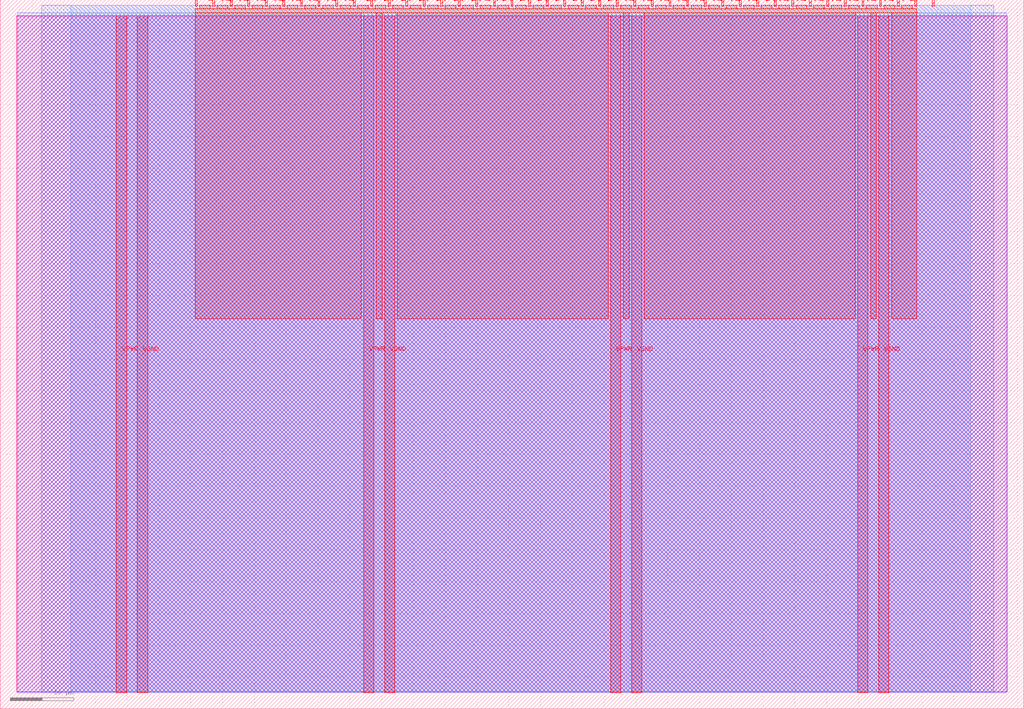
<source format=lef>
VERSION 5.7 ;
  NOWIREEXTENSIONATPIN ON ;
  DIVIDERCHAR "/" ;
  BUSBITCHARS "[]" ;
MACRO tt_um_uart_temp_sens
  CLASS BLOCK ;
  FOREIGN tt_um_uart_temp_sens ;
  ORIGIN 0.000 0.000 ;
  SIZE 161.000 BY 111.520 ;
  PIN VGND
    DIRECTION INOUT ;
    USE GROUND ;
    PORT
      LAYER met4 ;
        RECT 21.580 2.480 23.180 109.040 ;
    END
    PORT
      LAYER met4 ;
        RECT 60.450 2.480 62.050 109.040 ;
    END
    PORT
      LAYER met4 ;
        RECT 99.320 2.480 100.920 109.040 ;
    END
    PORT
      LAYER met4 ;
        RECT 138.190 2.480 139.790 109.040 ;
    END
  END VGND
  PIN VPWR
    DIRECTION INOUT ;
    USE POWER ;
    PORT
      LAYER met4 ;
        RECT 18.280 2.480 19.880 109.040 ;
    END
    PORT
      LAYER met4 ;
        RECT 57.150 2.480 58.750 109.040 ;
    END
    PORT
      LAYER met4 ;
        RECT 96.020 2.480 97.620 109.040 ;
    END
    PORT
      LAYER met4 ;
        RECT 134.890 2.480 136.490 109.040 ;
    END
  END VPWR
  PIN clk
    DIRECTION INPUT ;
    USE SIGNAL ;
    ANTENNAGATEAREA 0.852000 ;
    PORT
      LAYER met4 ;
        RECT 143.830 110.520 144.130 111.520 ;
    END
  END clk
  PIN ena
    DIRECTION INPUT ;
    USE SIGNAL ;
    PORT
      LAYER met4 ;
        RECT 146.590 110.520 146.890 111.520 ;
    END
  END ena
  PIN rst_n
    DIRECTION INPUT ;
    USE SIGNAL ;
    ANTENNAGATEAREA 0.196500 ;
    PORT
      LAYER met4 ;
        RECT 141.070 110.520 141.370 111.520 ;
    END
  END rst_n
  PIN ui_in[0]
    DIRECTION INPUT ;
    USE SIGNAL ;
    ANTENNAGATEAREA 0.196500 ;
    PORT
      LAYER met4 ;
        RECT 138.310 110.520 138.610 111.520 ;
    END
  END ui_in[0]
  PIN ui_in[1]
    DIRECTION INPUT ;
    USE SIGNAL ;
    PORT
      LAYER met4 ;
        RECT 135.550 110.520 135.850 111.520 ;
    END
  END ui_in[1]
  PIN ui_in[2]
    DIRECTION INPUT ;
    USE SIGNAL ;
    PORT
      LAYER met4 ;
        RECT 132.790 110.520 133.090 111.520 ;
    END
  END ui_in[2]
  PIN ui_in[3]
    DIRECTION INPUT ;
    USE SIGNAL ;
    PORT
      LAYER met4 ;
        RECT 130.030 110.520 130.330 111.520 ;
    END
  END ui_in[3]
  PIN ui_in[4]
    DIRECTION INPUT ;
    USE SIGNAL ;
    PORT
      LAYER met4 ;
        RECT 127.270 110.520 127.570 111.520 ;
    END
  END ui_in[4]
  PIN ui_in[5]
    DIRECTION INPUT ;
    USE SIGNAL ;
    PORT
      LAYER met4 ;
        RECT 124.510 110.520 124.810 111.520 ;
    END
  END ui_in[5]
  PIN ui_in[6]
    DIRECTION INPUT ;
    USE SIGNAL ;
    PORT
      LAYER met4 ;
        RECT 121.750 110.520 122.050 111.520 ;
    END
  END ui_in[6]
  PIN ui_in[7]
    DIRECTION INPUT ;
    USE SIGNAL ;
    PORT
      LAYER met4 ;
        RECT 118.990 110.520 119.290 111.520 ;
    END
  END ui_in[7]
  PIN uio_in[0]
    DIRECTION INPUT ;
    USE SIGNAL ;
    PORT
      LAYER met4 ;
        RECT 116.230 110.520 116.530 111.520 ;
    END
  END uio_in[0]
  PIN uio_in[1]
    DIRECTION INPUT ;
    USE SIGNAL ;
    PORT
      LAYER met4 ;
        RECT 113.470 110.520 113.770 111.520 ;
    END
  END uio_in[1]
  PIN uio_in[2]
    DIRECTION INPUT ;
    USE SIGNAL ;
    PORT
      LAYER met4 ;
        RECT 110.710 110.520 111.010 111.520 ;
    END
  END uio_in[2]
  PIN uio_in[3]
    DIRECTION INPUT ;
    USE SIGNAL ;
    PORT
      LAYER met4 ;
        RECT 107.950 110.520 108.250 111.520 ;
    END
  END uio_in[3]
  PIN uio_in[4]
    DIRECTION INPUT ;
    USE SIGNAL ;
    PORT
      LAYER met4 ;
        RECT 105.190 110.520 105.490 111.520 ;
    END
  END uio_in[4]
  PIN uio_in[5]
    DIRECTION INPUT ;
    USE SIGNAL ;
    PORT
      LAYER met4 ;
        RECT 102.430 110.520 102.730 111.520 ;
    END
  END uio_in[5]
  PIN uio_in[6]
    DIRECTION INPUT ;
    USE SIGNAL ;
    PORT
      LAYER met4 ;
        RECT 99.670 110.520 99.970 111.520 ;
    END
  END uio_in[6]
  PIN uio_in[7]
    DIRECTION INPUT ;
    USE SIGNAL ;
    PORT
      LAYER met4 ;
        RECT 96.910 110.520 97.210 111.520 ;
    END
  END uio_in[7]
  PIN uio_oe[0]
    DIRECTION OUTPUT ;
    USE SIGNAL ;
    PORT
      LAYER met4 ;
        RECT 49.990 110.520 50.290 111.520 ;
    END
  END uio_oe[0]
  PIN uio_oe[1]
    DIRECTION OUTPUT ;
    USE SIGNAL ;
    PORT
      LAYER met4 ;
        RECT 47.230 110.520 47.530 111.520 ;
    END
  END uio_oe[1]
  PIN uio_oe[2]
    DIRECTION OUTPUT ;
    USE SIGNAL ;
    PORT
      LAYER met4 ;
        RECT 44.470 110.520 44.770 111.520 ;
    END
  END uio_oe[2]
  PIN uio_oe[3]
    DIRECTION OUTPUT ;
    USE SIGNAL ;
    PORT
      LAYER met4 ;
        RECT 41.710 110.520 42.010 111.520 ;
    END
  END uio_oe[3]
  PIN uio_oe[4]
    DIRECTION OUTPUT ;
    USE SIGNAL ;
    PORT
      LAYER met4 ;
        RECT 38.950 110.520 39.250 111.520 ;
    END
  END uio_oe[4]
  PIN uio_oe[5]
    DIRECTION OUTPUT ;
    USE SIGNAL ;
    PORT
      LAYER met4 ;
        RECT 36.190 110.520 36.490 111.520 ;
    END
  END uio_oe[5]
  PIN uio_oe[6]
    DIRECTION OUTPUT ;
    USE SIGNAL ;
    PORT
      LAYER met4 ;
        RECT 33.430 110.520 33.730 111.520 ;
    END
  END uio_oe[6]
  PIN uio_oe[7]
    DIRECTION OUTPUT ;
    USE SIGNAL ;
    PORT
      LAYER met4 ;
        RECT 30.670 110.520 30.970 111.520 ;
    END
  END uio_oe[7]
  PIN uio_out[0]
    DIRECTION OUTPUT ;
    USE SIGNAL ;
    PORT
      LAYER met4 ;
        RECT 72.070 110.520 72.370 111.520 ;
    END
  END uio_out[0]
  PIN uio_out[1]
    DIRECTION OUTPUT ;
    USE SIGNAL ;
    PORT
      LAYER met4 ;
        RECT 69.310 110.520 69.610 111.520 ;
    END
  END uio_out[1]
  PIN uio_out[2]
    DIRECTION OUTPUT ;
    USE SIGNAL ;
    PORT
      LAYER met4 ;
        RECT 66.550 110.520 66.850 111.520 ;
    END
  END uio_out[2]
  PIN uio_out[3]
    DIRECTION OUTPUT ;
    USE SIGNAL ;
    PORT
      LAYER met4 ;
        RECT 63.790 110.520 64.090 111.520 ;
    END
  END uio_out[3]
  PIN uio_out[4]
    DIRECTION OUTPUT ;
    USE SIGNAL ;
    PORT
      LAYER met4 ;
        RECT 61.030 110.520 61.330 111.520 ;
    END
  END uio_out[4]
  PIN uio_out[5]
    DIRECTION OUTPUT ;
    USE SIGNAL ;
    PORT
      LAYER met4 ;
        RECT 58.270 110.520 58.570 111.520 ;
    END
  END uio_out[5]
  PIN uio_out[6]
    DIRECTION OUTPUT ;
    USE SIGNAL ;
    PORT
      LAYER met4 ;
        RECT 55.510 110.520 55.810 111.520 ;
    END
  END uio_out[6]
  PIN uio_out[7]
    DIRECTION OUTPUT ;
    USE SIGNAL ;
    PORT
      LAYER met4 ;
        RECT 52.750 110.520 53.050 111.520 ;
    END
  END uio_out[7]
  PIN uo_out[0]
    DIRECTION OUTPUT ;
    USE SIGNAL ;
    ANTENNADIFFAREA 0.445500 ;
    PORT
      LAYER met4 ;
        RECT 94.150 110.520 94.450 111.520 ;
    END
  END uo_out[0]
  PIN uo_out[1]
    DIRECTION OUTPUT ;
    USE SIGNAL ;
    PORT
      LAYER met4 ;
        RECT 91.390 110.520 91.690 111.520 ;
    END
  END uo_out[1]
  PIN uo_out[2]
    DIRECTION OUTPUT ;
    USE SIGNAL ;
    PORT
      LAYER met4 ;
        RECT 88.630 110.520 88.930 111.520 ;
    END
  END uo_out[2]
  PIN uo_out[3]
    DIRECTION OUTPUT ;
    USE SIGNAL ;
    PORT
      LAYER met4 ;
        RECT 85.870 110.520 86.170 111.520 ;
    END
  END uo_out[3]
  PIN uo_out[4]
    DIRECTION OUTPUT ;
    USE SIGNAL ;
    PORT
      LAYER met4 ;
        RECT 83.110 110.520 83.410 111.520 ;
    END
  END uo_out[4]
  PIN uo_out[5]
    DIRECTION OUTPUT ;
    USE SIGNAL ;
    PORT
      LAYER met4 ;
        RECT 80.350 110.520 80.650 111.520 ;
    END
  END uo_out[5]
  PIN uo_out[6]
    DIRECTION OUTPUT ;
    USE SIGNAL ;
    PORT
      LAYER met4 ;
        RECT 77.590 110.520 77.890 111.520 ;
    END
  END uo_out[6]
  PIN uo_out[7]
    DIRECTION OUTPUT ;
    USE SIGNAL ;
    PORT
      LAYER met4 ;
        RECT 74.830 110.520 75.130 111.520 ;
    END
  END uo_out[7]
  OBS
      LAYER nwell ;
        RECT 2.570 2.635 158.430 108.990 ;
      LAYER li1 ;
        RECT 2.760 2.635 158.240 108.885 ;
      LAYER met1 ;
        RECT 2.760 2.480 158.240 109.440 ;
      LAYER met2 ;
        RECT 6.540 2.535 156.300 110.685 ;
      LAYER met3 ;
        RECT 11.105 2.555 152.655 110.665 ;
      LAYER met4 ;
        RECT 31.370 110.120 33.030 110.665 ;
        RECT 34.130 110.120 35.790 110.665 ;
        RECT 36.890 110.120 38.550 110.665 ;
        RECT 39.650 110.120 41.310 110.665 ;
        RECT 42.410 110.120 44.070 110.665 ;
        RECT 45.170 110.120 46.830 110.665 ;
        RECT 47.930 110.120 49.590 110.665 ;
        RECT 50.690 110.120 52.350 110.665 ;
        RECT 53.450 110.120 55.110 110.665 ;
        RECT 56.210 110.120 57.870 110.665 ;
        RECT 58.970 110.120 60.630 110.665 ;
        RECT 61.730 110.120 63.390 110.665 ;
        RECT 64.490 110.120 66.150 110.665 ;
        RECT 67.250 110.120 68.910 110.665 ;
        RECT 70.010 110.120 71.670 110.665 ;
        RECT 72.770 110.120 74.430 110.665 ;
        RECT 75.530 110.120 77.190 110.665 ;
        RECT 78.290 110.120 79.950 110.665 ;
        RECT 81.050 110.120 82.710 110.665 ;
        RECT 83.810 110.120 85.470 110.665 ;
        RECT 86.570 110.120 88.230 110.665 ;
        RECT 89.330 110.120 90.990 110.665 ;
        RECT 92.090 110.120 93.750 110.665 ;
        RECT 94.850 110.120 96.510 110.665 ;
        RECT 97.610 110.120 99.270 110.665 ;
        RECT 100.370 110.120 102.030 110.665 ;
        RECT 103.130 110.120 104.790 110.665 ;
        RECT 105.890 110.120 107.550 110.665 ;
        RECT 108.650 110.120 110.310 110.665 ;
        RECT 111.410 110.120 113.070 110.665 ;
        RECT 114.170 110.120 115.830 110.665 ;
        RECT 116.930 110.120 118.590 110.665 ;
        RECT 119.690 110.120 121.350 110.665 ;
        RECT 122.450 110.120 124.110 110.665 ;
        RECT 125.210 110.120 126.870 110.665 ;
        RECT 127.970 110.120 129.630 110.665 ;
        RECT 130.730 110.120 132.390 110.665 ;
        RECT 133.490 110.120 135.150 110.665 ;
        RECT 136.250 110.120 137.910 110.665 ;
        RECT 139.010 110.120 140.670 110.665 ;
        RECT 141.770 110.120 143.430 110.665 ;
        RECT 30.655 109.440 144.145 110.120 ;
        RECT 30.655 61.375 56.750 109.440 ;
        RECT 59.150 61.375 60.050 109.440 ;
        RECT 62.450 61.375 95.620 109.440 ;
        RECT 98.020 61.375 98.920 109.440 ;
        RECT 101.320 61.375 134.490 109.440 ;
        RECT 136.890 61.375 137.790 109.440 ;
        RECT 140.190 61.375 144.145 109.440 ;
  END
END tt_um_uart_temp_sens
END LIBRARY


</source>
